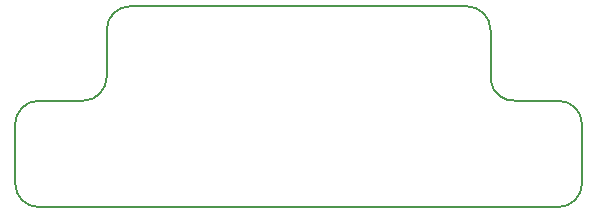
<source format=gm1>
G04 #@! TF.FileFunction,Profile,NP*
%FSLAX46Y46*%
G04 Gerber Fmt 4.6, Leading zero omitted, Abs format (unit mm)*
G04 Created by KiCad (PCBNEW 4.0.2-stable) date 12/31/2017 6:21:14 PM*
%MOMM*%
G01*
G04 APERTURE LIST*
%ADD10C,0.100000*%
%ADD11C,0.150000*%
G04 APERTURE END LIST*
D10*
D11*
X178000000Y-123000000D02*
X178000000Y-128000000D01*
X172500000Y-121000000D02*
X176000000Y-121000000D01*
X170250000Y-115000000D02*
X170250000Y-119250000D01*
X139750000Y-113000000D02*
X168250000Y-113000000D01*
X137750000Y-119000000D02*
X137750000Y-115000000D01*
X132000000Y-121000000D02*
X135750000Y-121000000D01*
X130000000Y-127500000D02*
X130000000Y-123000000D01*
X178000000Y-123000000D02*
G75*
G03X176000000Y-121000000I-2000000J0D01*
G01*
X170250000Y-119250000D02*
G75*
G03X172500000Y-121000000I2000000J250000D01*
G01*
X170250000Y-115000000D02*
G75*
G03X168250000Y-113000000I-2000000J0D01*
G01*
X139750000Y-113000000D02*
G75*
G03X137750000Y-115000000I0J-2000000D01*
G01*
X132000000Y-121000000D02*
G75*
G03X130000000Y-123000000I0J-2000000D01*
G01*
X135750000Y-121000000D02*
G75*
G03X137750000Y-119000000I0J2000000D01*
G01*
X175750000Y-130000000D02*
X176000000Y-130000000D01*
X132000000Y-130000000D02*
X132500000Y-130000000D01*
X130000000Y-127500000D02*
X130000000Y-128000000D01*
X132500000Y-130000000D02*
X175750000Y-130000000D01*
X176000000Y-130000000D02*
G75*
G03X178000000Y-128000000I0J2000000D01*
G01*
X130000000Y-128000000D02*
G75*
G03X132000000Y-130000000I2000000J0D01*
G01*
M02*

</source>
